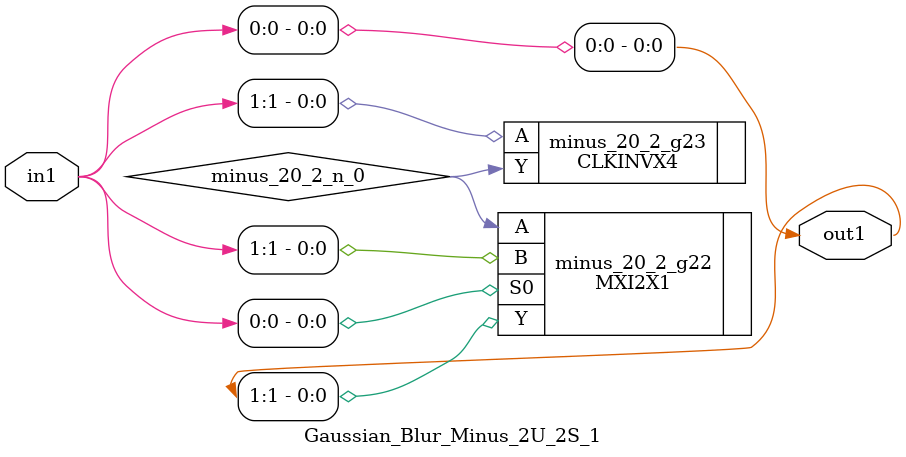
<source format=v>
`timescale 1ps / 1ps


module Gaussian_Blur_Minus_2U_2S_1(in1, out1);
  input [1:0] in1;
  output [1:0] out1;
  wire [1:0] in1;
  wire [1:0] out1;
  wire minus_20_2_n_0;
  assign out1[0] = in1[0];
  MXI2X1 minus_20_2_g22(.A (minus_20_2_n_0), .B (in1[1]), .S0 (in1[0]),
       .Y (out1[1]));
  CLKINVX4 minus_20_2_g23(.A (in1[1]), .Y (minus_20_2_n_0));
endmodule



</source>
